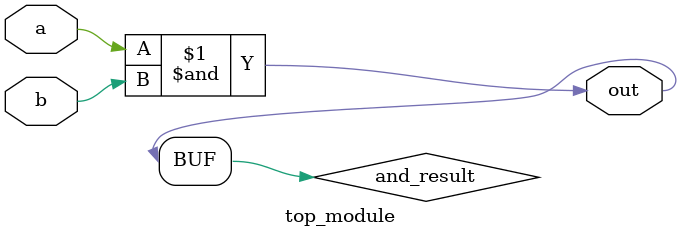
<source format=sv>
module top_module(
    input a,
    input b,
    output out
);

    // Define internal wire to hold the result of the AND operation
    wire and_result;

    // Perform the AND operation on the inputs
    assign and_result = a & b;

    // Output the result
    assign out = and_result;

endmodule

</source>
